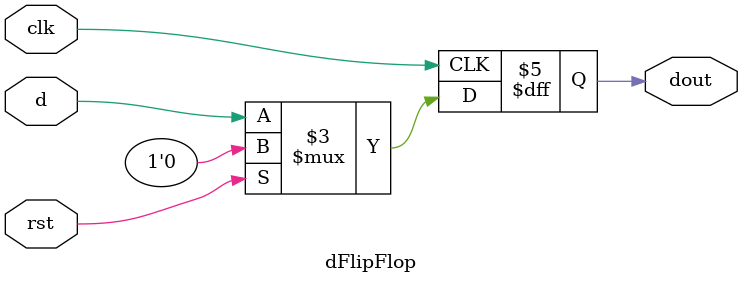
<source format=v>
`timescale 1ns / 1ps


module dFlipFlop(clk,rst,d,dout);
input clk, rst, d;
output reg dout;
always @(posedge clk)
begin
if (rst)
    dout = 1'b0;
else
    dout = d;
end
endmodule

</source>
